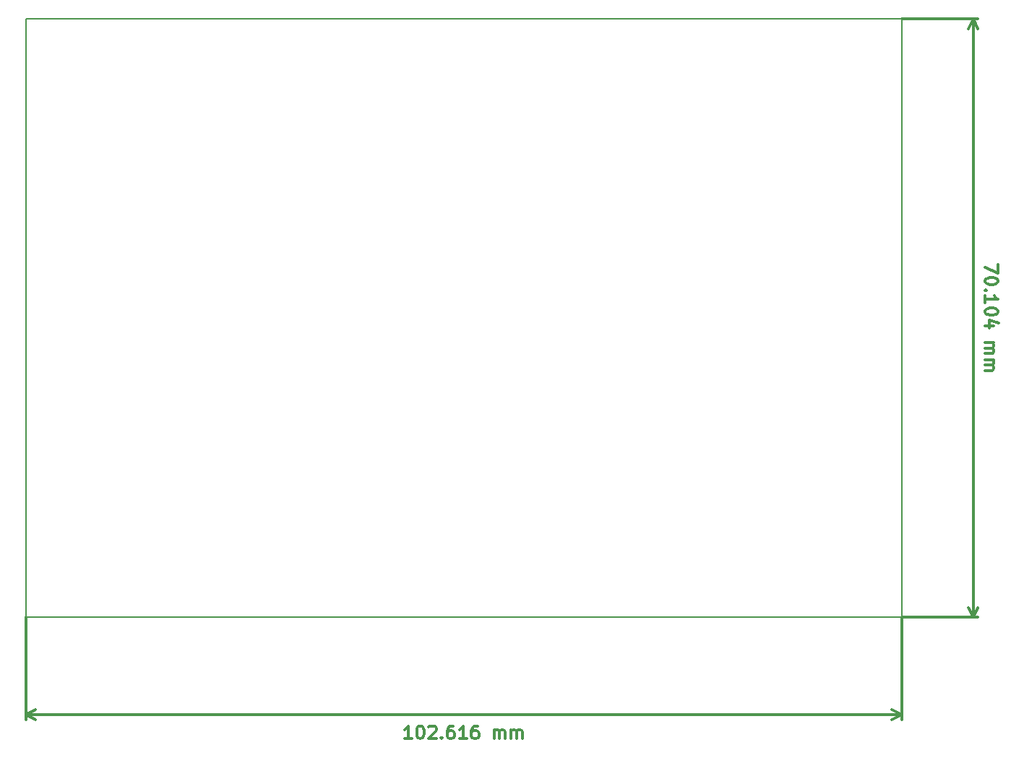
<source format=gbr>
G04 #@! TF.GenerationSoftware,KiCad,Pcbnew,5.0.1-33cea8e~68~ubuntu16.04.1*
G04 #@! TF.CreationDate,2018-11-08T21:42:09-02:00*
G04 #@! TF.ProjectId,Placa do elevador 2 - macho,506C61636120646F20656C657661646F,rev?*
G04 #@! TF.SameCoordinates,Original*
G04 #@! TF.FileFunction,Legend,Bot*
G04 #@! TF.FilePolarity,Positive*
%FSLAX46Y46*%
G04 Gerber Fmt 4.6, Leading zero omitted, Abs format (unit mm)*
G04 Created by KiCad (PCBNEW 5.0.1-33cea8e~68~ubuntu16.04.1) date Qui 08 Nov 2018 21:42:09 -02*
%MOMM*%
%LPD*%
G01*
G04 APERTURE LIST*
%ADD10C,0.300000*%
%ADD11C,0.150000*%
G04 APERTURE END LIST*
D10*
X214249428Y-65596285D02*
X214249428Y-66596285D01*
X212749428Y-65953428D01*
X214249428Y-67453428D02*
X214249428Y-67596285D01*
X214178000Y-67739142D01*
X214106571Y-67810571D01*
X213963714Y-67882000D01*
X213678000Y-67953428D01*
X213320857Y-67953428D01*
X213035142Y-67882000D01*
X212892285Y-67810571D01*
X212820857Y-67739142D01*
X212749428Y-67596285D01*
X212749428Y-67453428D01*
X212820857Y-67310571D01*
X212892285Y-67239142D01*
X213035142Y-67167714D01*
X213320857Y-67096285D01*
X213678000Y-67096285D01*
X213963714Y-67167714D01*
X214106571Y-67239142D01*
X214178000Y-67310571D01*
X214249428Y-67453428D01*
X212892285Y-68596285D02*
X212820857Y-68667714D01*
X212749428Y-68596285D01*
X212820857Y-68524857D01*
X212892285Y-68596285D01*
X212749428Y-68596285D01*
X212749428Y-70096285D02*
X212749428Y-69239142D01*
X212749428Y-69667714D02*
X214249428Y-69667714D01*
X214035142Y-69524857D01*
X213892285Y-69382000D01*
X213820857Y-69239142D01*
X214249428Y-71024857D02*
X214249428Y-71167714D01*
X214178000Y-71310571D01*
X214106571Y-71382000D01*
X213963714Y-71453428D01*
X213678000Y-71524857D01*
X213320857Y-71524857D01*
X213035142Y-71453428D01*
X212892285Y-71382000D01*
X212820857Y-71310571D01*
X212749428Y-71167714D01*
X212749428Y-71024857D01*
X212820857Y-70882000D01*
X212892285Y-70810571D01*
X213035142Y-70739142D01*
X213320857Y-70667714D01*
X213678000Y-70667714D01*
X213963714Y-70739142D01*
X214106571Y-70810571D01*
X214178000Y-70882000D01*
X214249428Y-71024857D01*
X213749428Y-72810571D02*
X212749428Y-72810571D01*
X214320857Y-72453428D02*
X213249428Y-72096285D01*
X213249428Y-73024857D01*
X212749428Y-74739142D02*
X213749428Y-74739142D01*
X213606571Y-74739142D02*
X213678000Y-74810571D01*
X213749428Y-74953428D01*
X213749428Y-75167714D01*
X213678000Y-75310571D01*
X213535142Y-75382000D01*
X212749428Y-75382000D01*
X213535142Y-75382000D02*
X213678000Y-75453428D01*
X213749428Y-75596285D01*
X213749428Y-75810571D01*
X213678000Y-75953428D01*
X213535142Y-76024857D01*
X212749428Y-76024857D01*
X212749428Y-76739142D02*
X213749428Y-76739142D01*
X213606571Y-76739142D02*
X213678000Y-76810571D01*
X213749428Y-76953428D01*
X213749428Y-77167714D01*
X213678000Y-77310571D01*
X213535142Y-77382000D01*
X212749428Y-77382000D01*
X213535142Y-77382000D02*
X213678000Y-77453428D01*
X213749428Y-77596285D01*
X213749428Y-77810571D01*
X213678000Y-77953428D01*
X213535142Y-78024857D01*
X212749428Y-78024857D01*
X211328000Y-36830000D02*
X211328000Y-106934000D01*
X202946000Y-36830000D02*
X211914421Y-36830000D01*
X202946000Y-106934000D02*
X211914421Y-106934000D01*
X211328000Y-106934000D02*
X210741579Y-105807496D01*
X211328000Y-106934000D02*
X211914421Y-105807496D01*
X211328000Y-36830000D02*
X210741579Y-37956504D01*
X211328000Y-36830000D02*
X211914421Y-37956504D01*
X145566571Y-121142571D02*
X144709428Y-121142571D01*
X145138000Y-121142571D02*
X145138000Y-119642571D01*
X144995142Y-119856857D01*
X144852285Y-119999714D01*
X144709428Y-120071142D01*
X146495142Y-119642571D02*
X146638000Y-119642571D01*
X146780857Y-119714000D01*
X146852285Y-119785428D01*
X146923714Y-119928285D01*
X146995142Y-120214000D01*
X146995142Y-120571142D01*
X146923714Y-120856857D01*
X146852285Y-120999714D01*
X146780857Y-121071142D01*
X146638000Y-121142571D01*
X146495142Y-121142571D01*
X146352285Y-121071142D01*
X146280857Y-120999714D01*
X146209428Y-120856857D01*
X146138000Y-120571142D01*
X146138000Y-120214000D01*
X146209428Y-119928285D01*
X146280857Y-119785428D01*
X146352285Y-119714000D01*
X146495142Y-119642571D01*
X147566571Y-119785428D02*
X147638000Y-119714000D01*
X147780857Y-119642571D01*
X148138000Y-119642571D01*
X148280857Y-119714000D01*
X148352285Y-119785428D01*
X148423714Y-119928285D01*
X148423714Y-120071142D01*
X148352285Y-120285428D01*
X147495142Y-121142571D01*
X148423714Y-121142571D01*
X149066571Y-120999714D02*
X149138000Y-121071142D01*
X149066571Y-121142571D01*
X148995142Y-121071142D01*
X149066571Y-120999714D01*
X149066571Y-121142571D01*
X150423714Y-119642571D02*
X150138000Y-119642571D01*
X149995142Y-119714000D01*
X149923714Y-119785428D01*
X149780857Y-119999714D01*
X149709428Y-120285428D01*
X149709428Y-120856857D01*
X149780857Y-120999714D01*
X149852285Y-121071142D01*
X149995142Y-121142571D01*
X150280857Y-121142571D01*
X150423714Y-121071142D01*
X150495142Y-120999714D01*
X150566571Y-120856857D01*
X150566571Y-120499714D01*
X150495142Y-120356857D01*
X150423714Y-120285428D01*
X150280857Y-120214000D01*
X149995142Y-120214000D01*
X149852285Y-120285428D01*
X149780857Y-120356857D01*
X149709428Y-120499714D01*
X151995142Y-121142571D02*
X151138000Y-121142571D01*
X151566571Y-121142571D02*
X151566571Y-119642571D01*
X151423714Y-119856857D01*
X151280857Y-119999714D01*
X151138000Y-120071142D01*
X153280857Y-119642571D02*
X152995142Y-119642571D01*
X152852285Y-119714000D01*
X152780857Y-119785428D01*
X152638000Y-119999714D01*
X152566571Y-120285428D01*
X152566571Y-120856857D01*
X152638000Y-120999714D01*
X152709428Y-121071142D01*
X152852285Y-121142571D01*
X153138000Y-121142571D01*
X153280857Y-121071142D01*
X153352285Y-120999714D01*
X153423714Y-120856857D01*
X153423714Y-120499714D01*
X153352285Y-120356857D01*
X153280857Y-120285428D01*
X153138000Y-120214000D01*
X152852285Y-120214000D01*
X152709428Y-120285428D01*
X152638000Y-120356857D01*
X152566571Y-120499714D01*
X155209428Y-121142571D02*
X155209428Y-120142571D01*
X155209428Y-120285428D02*
X155280857Y-120214000D01*
X155423714Y-120142571D01*
X155638000Y-120142571D01*
X155780857Y-120214000D01*
X155852285Y-120356857D01*
X155852285Y-121142571D01*
X155852285Y-120356857D02*
X155923714Y-120214000D01*
X156066571Y-120142571D01*
X156280857Y-120142571D01*
X156423714Y-120214000D01*
X156495142Y-120356857D01*
X156495142Y-121142571D01*
X157209428Y-121142571D02*
X157209428Y-120142571D01*
X157209428Y-120285428D02*
X157280857Y-120214000D01*
X157423714Y-120142571D01*
X157638000Y-120142571D01*
X157780857Y-120214000D01*
X157852285Y-120356857D01*
X157852285Y-121142571D01*
X157852285Y-120356857D02*
X157923714Y-120214000D01*
X158066571Y-120142571D01*
X158280857Y-120142571D01*
X158423714Y-120214000D01*
X158495142Y-120356857D01*
X158495142Y-121142571D01*
X100330000Y-118364000D02*
X202946000Y-118364000D01*
X100330000Y-106934000D02*
X100330000Y-118950421D01*
X202946000Y-106934000D02*
X202946000Y-118950421D01*
X202946000Y-118364000D02*
X201819496Y-118950421D01*
X202946000Y-118364000D02*
X201819496Y-117777579D01*
X100330000Y-118364000D02*
X101456504Y-118950421D01*
X100330000Y-118364000D02*
X101456504Y-117777579D01*
D11*
X100330000Y-106934000D02*
X202946000Y-106934000D01*
X100330000Y-36830000D02*
X100330000Y-106934000D01*
X202946000Y-94742000D02*
X202946000Y-106934000D01*
X202946000Y-36830000D02*
X202946000Y-94742000D01*
X100330000Y-36830000D02*
X202946000Y-36830000D01*
M02*

</source>
